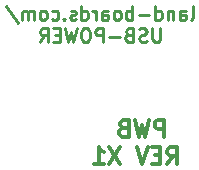
<source format=gbo>
G04 #@! TF.FileFunction,Legend,Bot*
%FSLAX46Y46*%
G04 Gerber Fmt 4.6, Leading zero omitted, Abs format (unit mm)*
G04 Created by KiCad (PCBNEW (after 2015-mar-04 BZR unknown)-product) date 2/17/2016 8:31:02 AM*
%MOMM*%
G01*
G04 APERTURE LIST*
%ADD10C,0.150000*%
%ADD11C,0.349250*%
%ADD12C,0.254000*%
G04 APERTURE END LIST*
D10*
D11*
X35494857Y-38979451D02*
X35494857Y-37582451D01*
X34962666Y-37582451D01*
X34829619Y-37648975D01*
X34763095Y-37715499D01*
X34696571Y-37848546D01*
X34696571Y-38048118D01*
X34763095Y-38181165D01*
X34829619Y-38247689D01*
X34962666Y-38314213D01*
X35494857Y-38314213D01*
X34230905Y-37582451D02*
X33898286Y-38979451D01*
X33632190Y-37981594D01*
X33366095Y-38979451D01*
X33033476Y-37582451D01*
X32035619Y-38247689D02*
X31836048Y-38314213D01*
X31769524Y-38380737D01*
X31703000Y-38513785D01*
X31703000Y-38713356D01*
X31769524Y-38846404D01*
X31836048Y-38912927D01*
X31969095Y-38979451D01*
X32501286Y-38979451D01*
X32501286Y-37582451D01*
X32035619Y-37582451D01*
X31902572Y-37648975D01*
X31836048Y-37715499D01*
X31769524Y-37848546D01*
X31769524Y-37981594D01*
X31836048Y-38114642D01*
X31902572Y-38181165D01*
X32035619Y-38247689D01*
X32501286Y-38247689D01*
X35760952Y-41284501D02*
X36226619Y-40619263D01*
X36559238Y-41284501D02*
X36559238Y-39887501D01*
X36027047Y-39887501D01*
X35894000Y-39954025D01*
X35827476Y-40020549D01*
X35760952Y-40153596D01*
X35760952Y-40353168D01*
X35827476Y-40486215D01*
X35894000Y-40552739D01*
X36027047Y-40619263D01*
X36559238Y-40619263D01*
X35162238Y-40552739D02*
X34696571Y-40552739D01*
X34497000Y-41284501D02*
X35162238Y-41284501D01*
X35162238Y-39887501D01*
X34497000Y-39887501D01*
X34097857Y-39887501D02*
X33632191Y-41284501D01*
X33166524Y-39887501D01*
X31769524Y-39887501D02*
X30838190Y-41284501D01*
X30838190Y-39887501D02*
X31769524Y-41284501D01*
X29574238Y-41284501D02*
X30372524Y-41284501D01*
X29973381Y-41284501D02*
X29973381Y-39887501D01*
X30106429Y-40087073D01*
X30239476Y-40220120D01*
X30372524Y-40286644D01*
D12*
X37747214Y-29089971D02*
X37856072Y-29035543D01*
X37910500Y-28926686D01*
X37910500Y-27946971D01*
X36821929Y-29089971D02*
X36821929Y-28491257D01*
X36876358Y-28382400D01*
X36985215Y-28327971D01*
X37202929Y-28327971D01*
X37311786Y-28382400D01*
X36821929Y-29035543D02*
X36930786Y-29089971D01*
X37202929Y-29089971D01*
X37311786Y-29035543D01*
X37366215Y-28926686D01*
X37366215Y-28817829D01*
X37311786Y-28708971D01*
X37202929Y-28654543D01*
X36930786Y-28654543D01*
X36821929Y-28600114D01*
X36277643Y-28327971D02*
X36277643Y-29089971D01*
X36277643Y-28436829D02*
X36223215Y-28382400D01*
X36114357Y-28327971D01*
X35951072Y-28327971D01*
X35842215Y-28382400D01*
X35787786Y-28491257D01*
X35787786Y-29089971D01*
X34753643Y-29089971D02*
X34753643Y-27946971D01*
X34753643Y-29035543D02*
X34862500Y-29089971D01*
X35080214Y-29089971D01*
X35189072Y-29035543D01*
X35243500Y-28981114D01*
X35297929Y-28872257D01*
X35297929Y-28545686D01*
X35243500Y-28436829D01*
X35189072Y-28382400D01*
X35080214Y-28327971D01*
X34862500Y-28327971D01*
X34753643Y-28382400D01*
X34209357Y-28654543D02*
X33338500Y-28654543D01*
X32794214Y-29089971D02*
X32794214Y-27946971D01*
X32794214Y-28382400D02*
X32685357Y-28327971D01*
X32467643Y-28327971D01*
X32358786Y-28382400D01*
X32304357Y-28436829D01*
X32249928Y-28545686D01*
X32249928Y-28872257D01*
X32304357Y-28981114D01*
X32358786Y-29035543D01*
X32467643Y-29089971D01*
X32685357Y-29089971D01*
X32794214Y-29035543D01*
X31596785Y-29089971D02*
X31705643Y-29035543D01*
X31760071Y-28981114D01*
X31814500Y-28872257D01*
X31814500Y-28545686D01*
X31760071Y-28436829D01*
X31705643Y-28382400D01*
X31596785Y-28327971D01*
X31433500Y-28327971D01*
X31324643Y-28382400D01*
X31270214Y-28436829D01*
X31215785Y-28545686D01*
X31215785Y-28872257D01*
X31270214Y-28981114D01*
X31324643Y-29035543D01*
X31433500Y-29089971D01*
X31596785Y-29089971D01*
X30236071Y-29089971D02*
X30236071Y-28491257D01*
X30290500Y-28382400D01*
X30399357Y-28327971D01*
X30617071Y-28327971D01*
X30725928Y-28382400D01*
X30236071Y-29035543D02*
X30344928Y-29089971D01*
X30617071Y-29089971D01*
X30725928Y-29035543D01*
X30780357Y-28926686D01*
X30780357Y-28817829D01*
X30725928Y-28708971D01*
X30617071Y-28654543D01*
X30344928Y-28654543D01*
X30236071Y-28600114D01*
X29691785Y-29089971D02*
X29691785Y-28327971D01*
X29691785Y-28545686D02*
X29637357Y-28436829D01*
X29582928Y-28382400D01*
X29474071Y-28327971D01*
X29365214Y-28327971D01*
X28494357Y-29089971D02*
X28494357Y-27946971D01*
X28494357Y-29035543D02*
X28603214Y-29089971D01*
X28820928Y-29089971D01*
X28929786Y-29035543D01*
X28984214Y-28981114D01*
X29038643Y-28872257D01*
X29038643Y-28545686D01*
X28984214Y-28436829D01*
X28929786Y-28382400D01*
X28820928Y-28327971D01*
X28603214Y-28327971D01*
X28494357Y-28382400D01*
X28004500Y-29035543D02*
X27895643Y-29089971D01*
X27677928Y-29089971D01*
X27569071Y-29035543D01*
X27514643Y-28926686D01*
X27514643Y-28872257D01*
X27569071Y-28763400D01*
X27677928Y-28708971D01*
X27841214Y-28708971D01*
X27950071Y-28654543D01*
X28004500Y-28545686D01*
X28004500Y-28491257D01*
X27950071Y-28382400D01*
X27841214Y-28327971D01*
X27677928Y-28327971D01*
X27569071Y-28382400D01*
X27024785Y-28981114D02*
X26970357Y-29035543D01*
X27024785Y-29089971D01*
X27079214Y-29035543D01*
X27024785Y-28981114D01*
X27024785Y-29089971D01*
X25990642Y-29035543D02*
X26099499Y-29089971D01*
X26317213Y-29089971D01*
X26426071Y-29035543D01*
X26480499Y-28981114D01*
X26534928Y-28872257D01*
X26534928Y-28545686D01*
X26480499Y-28436829D01*
X26426071Y-28382400D01*
X26317213Y-28327971D01*
X26099499Y-28327971D01*
X25990642Y-28382400D01*
X25337499Y-29089971D02*
X25446357Y-29035543D01*
X25500785Y-28981114D01*
X25555214Y-28872257D01*
X25555214Y-28545686D01*
X25500785Y-28436829D01*
X25446357Y-28382400D01*
X25337499Y-28327971D01*
X25174214Y-28327971D01*
X25065357Y-28382400D01*
X25010928Y-28436829D01*
X24956499Y-28545686D01*
X24956499Y-28872257D01*
X25010928Y-28981114D01*
X25065357Y-29035543D01*
X25174214Y-29089971D01*
X25337499Y-29089971D01*
X24466642Y-29089971D02*
X24466642Y-28327971D01*
X24466642Y-28436829D02*
X24412214Y-28382400D01*
X24303356Y-28327971D01*
X24140071Y-28327971D01*
X24031214Y-28382400D01*
X23976785Y-28491257D01*
X23976785Y-29089971D01*
X23976785Y-28491257D02*
X23922356Y-28382400D01*
X23813499Y-28327971D01*
X23650214Y-28327971D01*
X23541356Y-28382400D01*
X23486928Y-28491257D01*
X23486928Y-29089971D01*
X22126214Y-27892543D02*
X23105928Y-29362114D01*
X35161857Y-29801171D02*
X35161857Y-30726457D01*
X35107429Y-30835314D01*
X35053000Y-30889743D01*
X34944143Y-30944171D01*
X34726429Y-30944171D01*
X34617571Y-30889743D01*
X34563143Y-30835314D01*
X34508714Y-30726457D01*
X34508714Y-29801171D01*
X34018857Y-30889743D02*
X33855571Y-30944171D01*
X33583428Y-30944171D01*
X33474571Y-30889743D01*
X33420142Y-30835314D01*
X33365714Y-30726457D01*
X33365714Y-30617600D01*
X33420142Y-30508743D01*
X33474571Y-30454314D01*
X33583428Y-30399886D01*
X33801142Y-30345457D01*
X33910000Y-30291029D01*
X33964428Y-30236600D01*
X34018857Y-30127743D01*
X34018857Y-30018886D01*
X33964428Y-29910029D01*
X33910000Y-29855600D01*
X33801142Y-29801171D01*
X33529000Y-29801171D01*
X33365714Y-29855600D01*
X32494857Y-30345457D02*
X32331571Y-30399886D01*
X32277143Y-30454314D01*
X32222714Y-30563171D01*
X32222714Y-30726457D01*
X32277143Y-30835314D01*
X32331571Y-30889743D01*
X32440429Y-30944171D01*
X32875857Y-30944171D01*
X32875857Y-29801171D01*
X32494857Y-29801171D01*
X32386000Y-29855600D01*
X32331571Y-29910029D01*
X32277143Y-30018886D01*
X32277143Y-30127743D01*
X32331571Y-30236600D01*
X32386000Y-30291029D01*
X32494857Y-30345457D01*
X32875857Y-30345457D01*
X31732857Y-30508743D02*
X30862000Y-30508743D01*
X30317714Y-30944171D02*
X30317714Y-29801171D01*
X29882286Y-29801171D01*
X29773428Y-29855600D01*
X29719000Y-29910029D01*
X29664571Y-30018886D01*
X29664571Y-30182171D01*
X29719000Y-30291029D01*
X29773428Y-30345457D01*
X29882286Y-30399886D01*
X30317714Y-30399886D01*
X28957000Y-29801171D02*
X28739286Y-29801171D01*
X28630428Y-29855600D01*
X28521571Y-29964457D01*
X28467143Y-30182171D01*
X28467143Y-30563171D01*
X28521571Y-30780886D01*
X28630428Y-30889743D01*
X28739286Y-30944171D01*
X28957000Y-30944171D01*
X29065857Y-30889743D01*
X29174714Y-30780886D01*
X29229143Y-30563171D01*
X29229143Y-30182171D01*
X29174714Y-29964457D01*
X29065857Y-29855600D01*
X28957000Y-29801171D01*
X28086142Y-29801171D02*
X27813999Y-30944171D01*
X27596285Y-30127743D01*
X27378571Y-30944171D01*
X27106428Y-29801171D01*
X26670999Y-30345457D02*
X26289999Y-30345457D01*
X26126713Y-30944171D02*
X26670999Y-30944171D01*
X26670999Y-29801171D01*
X26126713Y-29801171D01*
X24983713Y-30944171D02*
X25364713Y-30399886D01*
X25636856Y-30944171D02*
X25636856Y-29801171D01*
X25201428Y-29801171D01*
X25092570Y-29855600D01*
X25038142Y-29910029D01*
X24983713Y-30018886D01*
X24983713Y-30182171D01*
X25038142Y-30291029D01*
X25092570Y-30345457D01*
X25201428Y-30399886D01*
X25636856Y-30399886D01*
M02*

</source>
